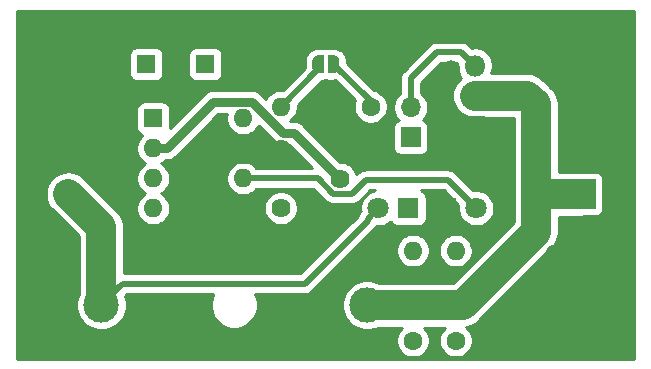
<source format=gbr>
G04 #@! TF.GenerationSoftware,KiCad,Pcbnew,(5.1.10)-1*
G04 #@! TF.CreationDate,2021-06-01T12:55:43+02:00*
G04 #@! TF.ProjectId,overvolt,6f766572-766f-46c7-942e-6b696361645f,rev?*
G04 #@! TF.SameCoordinates,Original*
G04 #@! TF.FileFunction,Copper,L1,Top*
G04 #@! TF.FilePolarity,Positive*
%FSLAX46Y46*%
G04 Gerber Fmt 4.6, Leading zero omitted, Abs format (unit mm)*
G04 Created by KiCad (PCBNEW (5.1.10)-1) date 2021-06-01 12:55:43*
%MOMM*%
%LPD*%
G01*
G04 APERTURE LIST*
G04 #@! TA.AperFunction,ComponentPad*
%ADD10R,1.800000X1.800000*%
G04 #@! TD*
G04 #@! TA.AperFunction,ComponentPad*
%ADD11C,1.800000*%
G04 #@! TD*
G04 #@! TA.AperFunction,ComponentPad*
%ADD12R,1.600000X1.600000*%
G04 #@! TD*
G04 #@! TA.AperFunction,ComponentPad*
%ADD13O,1.600000X1.600000*%
G04 #@! TD*
G04 #@! TA.AperFunction,ComponentPad*
%ADD14O,1.800000X1.800000*%
G04 #@! TD*
G04 #@! TA.AperFunction,ComponentPad*
%ADD15R,1.700000X1.700000*%
G04 #@! TD*
G04 #@! TA.AperFunction,ComponentPad*
%ADD16O,1.700000X1.700000*%
G04 #@! TD*
G04 #@! TA.AperFunction,SMDPad,CuDef*
%ADD17C,0.100000*%
G04 #@! TD*
G04 #@! TA.AperFunction,ComponentPad*
%ADD18C,1.600000*%
G04 #@! TD*
G04 #@! TA.AperFunction,ComponentPad*
%ADD19C,1.620000*%
G04 #@! TD*
G04 #@! TA.AperFunction,ComponentPad*
%ADD20R,2.500000X2.500000*%
G04 #@! TD*
G04 #@! TA.AperFunction,ComponentPad*
%ADD21C,2.500000*%
G04 #@! TD*
G04 #@! TA.AperFunction,ComponentPad*
%ADD22C,3.000000*%
G04 #@! TD*
G04 #@! TA.AperFunction,ViaPad*
%ADD23C,1.524000*%
G04 #@! TD*
G04 #@! TA.AperFunction,ViaPad*
%ADD24C,3.100000*%
G04 #@! TD*
G04 #@! TA.AperFunction,ViaPad*
%ADD25C,3.099999*%
G04 #@! TD*
G04 #@! TA.AperFunction,Conductor*
%ADD26C,2.540000*%
G04 #@! TD*
G04 #@! TA.AperFunction,Conductor*
%ADD27C,0.508000*%
G04 #@! TD*
G04 #@! TA.AperFunction,Conductor*
%ADD28C,0.762000*%
G04 #@! TD*
G04 #@! TA.AperFunction,Conductor*
%ADD29C,0.254000*%
G04 #@! TD*
G04 #@! TA.AperFunction,Conductor*
%ADD30C,0.100000*%
G04 #@! TD*
G04 APERTURE END LIST*
D10*
X121400000Y-133400000D03*
D11*
X118860000Y-133400000D03*
D12*
X99800000Y-125800000D03*
D13*
X107420000Y-133420000D03*
X99800000Y-128340000D03*
X107420000Y-130880000D03*
X99800000Y-130880000D03*
X107420000Y-128340000D03*
X99800000Y-133420000D03*
X107420000Y-125800000D03*
D10*
X127000000Y-126400000D03*
D14*
X127000000Y-123860000D03*
X127000000Y-121320000D03*
D15*
X121600000Y-127400000D03*
D16*
X121600000Y-124860000D03*
G04 #@! TA.AperFunction,SMDPad,CuDef*
D17*
G36*
X115050000Y-120450602D02*
G01*
X115074534Y-120450602D01*
X115123365Y-120455412D01*
X115171490Y-120464984D01*
X115218445Y-120479228D01*
X115263778Y-120498005D01*
X115307051Y-120521136D01*
X115347850Y-120548396D01*
X115385779Y-120579524D01*
X115420476Y-120614221D01*
X115451604Y-120652150D01*
X115478864Y-120692949D01*
X115501995Y-120736222D01*
X115520772Y-120781555D01*
X115535016Y-120828510D01*
X115544588Y-120876635D01*
X115549398Y-120925466D01*
X115549398Y-120950000D01*
X115550000Y-120950000D01*
X115550000Y-121450000D01*
X115549398Y-121450000D01*
X115549398Y-121474534D01*
X115544588Y-121523365D01*
X115535016Y-121571490D01*
X115520772Y-121618445D01*
X115501995Y-121663778D01*
X115478864Y-121707051D01*
X115451604Y-121747850D01*
X115420476Y-121785779D01*
X115385779Y-121820476D01*
X115347850Y-121851604D01*
X115307051Y-121878864D01*
X115263778Y-121901995D01*
X115218445Y-121920772D01*
X115171490Y-121935016D01*
X115123365Y-121944588D01*
X115074534Y-121949398D01*
X115050000Y-121949398D01*
X115050000Y-121950000D01*
X114550000Y-121950000D01*
X114550000Y-120450000D01*
X115050000Y-120450000D01*
X115050000Y-120450602D01*
G37*
G04 #@! TD.AperFunction*
G04 #@! TA.AperFunction,SMDPad,CuDef*
G36*
X114250000Y-121950000D02*
G01*
X113750000Y-121950000D01*
X113750000Y-121949398D01*
X113725466Y-121949398D01*
X113676635Y-121944588D01*
X113628510Y-121935016D01*
X113581555Y-121920772D01*
X113536222Y-121901995D01*
X113492949Y-121878864D01*
X113452150Y-121851604D01*
X113414221Y-121820476D01*
X113379524Y-121785779D01*
X113348396Y-121747850D01*
X113321136Y-121707051D01*
X113298005Y-121663778D01*
X113279228Y-121618445D01*
X113264984Y-121571490D01*
X113255412Y-121523365D01*
X113250602Y-121474534D01*
X113250602Y-121450000D01*
X113250000Y-121450000D01*
X113250000Y-120950000D01*
X113250602Y-120950000D01*
X113250602Y-120925466D01*
X113255412Y-120876635D01*
X113264984Y-120828510D01*
X113279228Y-120781555D01*
X113298005Y-120736222D01*
X113321136Y-120692949D01*
X113348396Y-120652150D01*
X113379524Y-120614221D01*
X113414221Y-120579524D01*
X113452150Y-120548396D01*
X113492949Y-120521136D01*
X113536222Y-120498005D01*
X113581555Y-120479228D01*
X113628510Y-120464984D01*
X113676635Y-120455412D01*
X113725466Y-120450602D01*
X113750000Y-120450602D01*
X113750000Y-120450000D01*
X114250000Y-120450000D01*
X114250000Y-121950000D01*
G37*
G04 #@! TD.AperFunction*
D12*
X99200000Y-121200000D03*
D18*
X96700000Y-121200000D03*
D19*
X110600000Y-128400000D03*
X115600000Y-130900000D03*
X110600000Y-133400000D03*
D18*
X121800000Y-144600000D03*
D13*
X121800000Y-136980000D03*
D18*
X118200000Y-124800000D03*
D13*
X110580000Y-124800000D03*
D18*
X125400000Y-144600000D03*
D13*
X125400000Y-136980000D03*
D20*
X92600000Y-127200000D03*
D21*
X92600000Y-132200000D03*
D20*
X136000000Y-132200000D03*
D21*
X136000000Y-127200000D03*
D22*
X95400000Y-141600000D03*
X117900000Y-141600000D03*
D10*
X124600000Y-133400000D03*
D11*
X127140000Y-133400000D03*
D12*
X104200000Y-121200000D03*
D18*
X106700000Y-121200000D03*
D23*
X118800000Y-145000000D03*
X118800000Y-138600000D03*
X128000000Y-144800000D03*
X127400000Y-136400000D03*
X133800000Y-137200000D03*
X133200000Y-122000000D03*
X92600000Y-121200000D03*
X101800000Y-122600000D03*
X108800000Y-122800000D03*
X103400000Y-129600000D03*
D24*
X138600000Y-118400000D03*
D25*
X138600000Y-144400000D03*
X90200000Y-144400000D03*
D24*
X90200000Y-118400000D03*
D23*
X124400000Y-125000000D03*
X125000000Y-121600000D03*
X127000000Y-118800000D03*
X113400000Y-126200000D03*
X129400000Y-126600000D03*
X98600000Y-137800000D03*
X98600000Y-141600000D03*
X111600000Y-138000000D03*
X111600000Y-141800000D03*
D26*
X126000000Y-141600000D02*
X117900000Y-141600000D01*
X132210000Y-132200000D02*
X136000000Y-132200000D01*
X132210000Y-135390000D02*
X132210000Y-132200000D01*
X126000000Y-141600000D02*
X132210000Y-135390000D01*
X127000000Y-123860000D02*
X131460000Y-123860000D01*
X132210000Y-124610000D02*
X132210000Y-132200000D01*
X131460000Y-123860000D02*
X132210000Y-124610000D01*
D27*
X114993279Y-132164001D02*
X116635999Y-132164001D01*
X107420000Y-130880000D02*
X113709278Y-130880000D01*
X113709278Y-130880000D02*
X114993279Y-132164001D01*
X116635999Y-132164001D02*
X117800000Y-131000000D01*
X124740000Y-131000000D02*
X127140000Y-133400000D01*
X117800000Y-131000000D02*
X124740000Y-131000000D01*
X117960001Y-134299999D02*
X117960001Y-134439999D01*
X118860000Y-133400000D02*
X117960001Y-134299999D01*
X96899999Y-140100001D02*
X95400000Y-141600000D01*
X97204001Y-139795999D02*
X96899999Y-140100001D01*
X112604001Y-139795999D02*
X97204001Y-139795999D01*
X117960001Y-134439999D02*
X112604001Y-139795999D01*
D26*
X92600000Y-132200000D02*
X95400000Y-135000000D01*
X95400000Y-135000000D02*
X95400000Y-138400000D01*
X95400000Y-138400000D02*
X95400000Y-141703362D01*
D27*
X121600000Y-122400318D02*
X121600000Y-124860000D01*
X123816319Y-120183999D02*
X121600000Y-122400318D01*
X125863999Y-120183999D02*
X123816319Y-120183999D01*
X127000000Y-121320000D02*
X125863999Y-120183999D01*
X118200000Y-124350000D02*
X115050000Y-121200000D01*
X118200000Y-124800000D02*
X118200000Y-124350000D01*
X113750000Y-121630000D02*
X110580000Y-124800000D01*
X113750000Y-121200000D02*
X113750000Y-121630000D01*
D28*
X114790001Y-130090001D02*
X115600000Y-130900000D01*
X111708999Y-127008999D02*
X114790001Y-130090001D01*
X110745117Y-127008999D02*
X111708999Y-127008999D01*
X108155117Y-124418999D02*
X110745117Y-127008999D01*
X104852371Y-124418999D02*
X108155117Y-124418999D01*
X100931370Y-128340000D02*
X104852371Y-124418999D01*
X99800000Y-128340000D02*
X100931370Y-128340000D01*
D29*
X140540001Y-146140000D02*
X88260000Y-146140000D01*
X88260000Y-132200000D01*
X90685783Y-132200000D01*
X90722565Y-132573445D01*
X90831495Y-132932539D01*
X91008387Y-133263482D01*
X91186790Y-133480865D01*
X93495000Y-135789076D01*
X93495001Y-138306409D01*
X93495000Y-138306419D01*
X93495001Y-140620052D01*
X93347047Y-140977244D01*
X93265000Y-141389721D01*
X93265000Y-141810279D01*
X93347047Y-142222756D01*
X93507988Y-142611302D01*
X93741637Y-142960983D01*
X94039017Y-143258363D01*
X94388698Y-143492012D01*
X94777244Y-143652953D01*
X95189721Y-143735000D01*
X95610279Y-143735000D01*
X96022756Y-143652953D01*
X96411302Y-143492012D01*
X96760983Y-143258363D01*
X97058363Y-142960983D01*
X97292012Y-142611302D01*
X97452953Y-142222756D01*
X97535000Y-141810279D01*
X97535000Y-141389721D01*
X97452953Y-140977244D01*
X97402294Y-140854942D01*
X97559494Y-140697742D01*
X97559499Y-140697736D01*
X97572236Y-140684999D01*
X104880457Y-140684999D01*
X104741282Y-141020997D01*
X104665000Y-141404495D01*
X104665000Y-141795505D01*
X104741282Y-142179003D01*
X104890915Y-142540250D01*
X105108149Y-142865364D01*
X105384636Y-143141851D01*
X105709750Y-143359085D01*
X106070997Y-143508718D01*
X106454495Y-143585000D01*
X106845505Y-143585000D01*
X107229003Y-143508718D01*
X107590250Y-143359085D01*
X107915364Y-143141851D01*
X108191851Y-142865364D01*
X108409085Y-142540250D01*
X108558718Y-142179003D01*
X108635000Y-141795505D01*
X108635000Y-141404495D01*
X108632062Y-141389721D01*
X115765000Y-141389721D01*
X115765000Y-141810279D01*
X115847047Y-142222756D01*
X116007988Y-142611302D01*
X116241637Y-142960983D01*
X116539017Y-143258363D01*
X116888698Y-143492012D01*
X117277244Y-143652953D01*
X117689721Y-143735000D01*
X118110279Y-143735000D01*
X118522756Y-143652953D01*
X118879946Y-143505000D01*
X120865604Y-143505000D01*
X120685363Y-143685241D01*
X120528320Y-143920273D01*
X120420147Y-144181426D01*
X120365000Y-144458665D01*
X120365000Y-144741335D01*
X120420147Y-145018574D01*
X120528320Y-145279727D01*
X120685363Y-145514759D01*
X120885241Y-145714637D01*
X121120273Y-145871680D01*
X121381426Y-145979853D01*
X121658665Y-146035000D01*
X121941335Y-146035000D01*
X122218574Y-145979853D01*
X122479727Y-145871680D01*
X122714759Y-145714637D01*
X122914637Y-145514759D01*
X123071680Y-145279727D01*
X123179853Y-145018574D01*
X123235000Y-144741335D01*
X123235000Y-144458665D01*
X123179853Y-144181426D01*
X123071680Y-143920273D01*
X122914637Y-143685241D01*
X122734396Y-143505000D01*
X124465604Y-143505000D01*
X124285363Y-143685241D01*
X124128320Y-143920273D01*
X124020147Y-144181426D01*
X123965000Y-144458665D01*
X123965000Y-144741335D01*
X124020147Y-145018574D01*
X124128320Y-145279727D01*
X124285363Y-145514759D01*
X124485241Y-145714637D01*
X124720273Y-145871680D01*
X124981426Y-145979853D01*
X125258665Y-146035000D01*
X125541335Y-146035000D01*
X125818574Y-145979853D01*
X126079727Y-145871680D01*
X126314759Y-145714637D01*
X126514637Y-145514759D01*
X126671680Y-145279727D01*
X126779853Y-145018574D01*
X126835000Y-144741335D01*
X126835000Y-144458665D01*
X126779853Y-144181426D01*
X126671680Y-143920273D01*
X126514637Y-143685241D01*
X126314759Y-143485363D01*
X126311959Y-143483492D01*
X126373445Y-143477436D01*
X126732539Y-143368506D01*
X127063482Y-143191613D01*
X127353556Y-142953556D01*
X127413220Y-142880855D01*
X133490866Y-136803211D01*
X133563556Y-136743556D01*
X133713026Y-136561426D01*
X133801613Y-136453483D01*
X133978505Y-136122540D01*
X133978506Y-136122539D01*
X134087436Y-135763445D01*
X134115000Y-135483582D01*
X134115000Y-135483581D01*
X134124217Y-135390001D01*
X134115000Y-135296421D01*
X134115000Y-134105000D01*
X136093582Y-134105000D01*
X136265455Y-134088072D01*
X137250000Y-134088072D01*
X137374482Y-134075812D01*
X137494180Y-134039502D01*
X137604494Y-133980537D01*
X137701185Y-133901185D01*
X137780537Y-133804494D01*
X137839502Y-133694180D01*
X137875812Y-133574482D01*
X137888072Y-133450000D01*
X137888072Y-132465456D01*
X137914217Y-132200000D01*
X137888072Y-131934544D01*
X137888072Y-130950000D01*
X137875812Y-130825518D01*
X137839502Y-130705820D01*
X137780537Y-130595506D01*
X137701185Y-130498815D01*
X137604494Y-130419463D01*
X137494180Y-130360498D01*
X137374482Y-130324188D01*
X137250000Y-130311928D01*
X136265455Y-130311928D01*
X136093582Y-130295000D01*
X134115000Y-130295000D01*
X134115000Y-124703579D01*
X134124217Y-124609999D01*
X134109261Y-124458148D01*
X134087436Y-124236555D01*
X133978506Y-123877461D01*
X133801613Y-123546518D01*
X133563556Y-123256444D01*
X133490860Y-123196784D01*
X132873219Y-122579144D01*
X132813556Y-122506444D01*
X132523482Y-122268387D01*
X132192539Y-122091494D01*
X131833445Y-121982564D01*
X131553582Y-121955000D01*
X131553580Y-121955000D01*
X131460000Y-121945783D01*
X131366420Y-121955000D01*
X128398446Y-121955000D01*
X128476011Y-121767743D01*
X128535000Y-121471184D01*
X128535000Y-121168816D01*
X128476011Y-120872257D01*
X128360299Y-120592905D01*
X128192312Y-120341495D01*
X127978505Y-120127688D01*
X127727095Y-119959701D01*
X127447743Y-119843989D01*
X127151184Y-119785000D01*
X126848816Y-119785000D01*
X126743236Y-119806001D01*
X126523498Y-119586263D01*
X126495658Y-119552340D01*
X126360290Y-119441246D01*
X126205850Y-119358696D01*
X126038273Y-119307863D01*
X125907666Y-119294999D01*
X125907659Y-119294999D01*
X125863999Y-119290699D01*
X125820339Y-119294999D01*
X123859978Y-119294999D01*
X123816318Y-119290699D01*
X123772658Y-119294999D01*
X123772652Y-119294999D01*
X123675243Y-119304593D01*
X123642043Y-119307863D01*
X123540377Y-119338703D01*
X123474468Y-119358696D01*
X123320028Y-119441246D01*
X123184660Y-119552340D01*
X123156820Y-119586263D01*
X121002264Y-121740819D01*
X120968341Y-121768659D01*
X120857247Y-121904028D01*
X120774697Y-122058468D01*
X120754123Y-122126292D01*
X120726189Y-122218382D01*
X120723864Y-122226045D01*
X120711000Y-122356652D01*
X120711000Y-122356658D01*
X120706700Y-122400318D01*
X120711000Y-122443978D01*
X120711001Y-123668016D01*
X120653368Y-123706525D01*
X120446525Y-123913368D01*
X120284010Y-124156589D01*
X120172068Y-124426842D01*
X120115000Y-124713740D01*
X120115000Y-125006260D01*
X120172068Y-125293158D01*
X120284010Y-125563411D01*
X120446525Y-125806632D01*
X120578380Y-125938487D01*
X120505820Y-125960498D01*
X120395506Y-126019463D01*
X120298815Y-126098815D01*
X120219463Y-126195506D01*
X120160498Y-126305820D01*
X120124188Y-126425518D01*
X120111928Y-126550000D01*
X120111928Y-128250000D01*
X120124188Y-128374482D01*
X120160498Y-128494180D01*
X120219463Y-128604494D01*
X120298815Y-128701185D01*
X120395506Y-128780537D01*
X120505820Y-128839502D01*
X120625518Y-128875812D01*
X120750000Y-128888072D01*
X122450000Y-128888072D01*
X122574482Y-128875812D01*
X122694180Y-128839502D01*
X122804494Y-128780537D01*
X122901185Y-128701185D01*
X122980537Y-128604494D01*
X123039502Y-128494180D01*
X123075812Y-128374482D01*
X123088072Y-128250000D01*
X123088072Y-126550000D01*
X123075812Y-126425518D01*
X123039502Y-126305820D01*
X122980537Y-126195506D01*
X122901185Y-126098815D01*
X122804494Y-126019463D01*
X122694180Y-125960498D01*
X122621620Y-125938487D01*
X122753475Y-125806632D01*
X122915990Y-125563411D01*
X123027932Y-125293158D01*
X123085000Y-125006260D01*
X123085000Y-124713740D01*
X123027932Y-124426842D01*
X122915990Y-124156589D01*
X122753475Y-123913368D01*
X122546632Y-123706525D01*
X122489000Y-123668017D01*
X122489000Y-122768553D01*
X124184554Y-121072999D01*
X125484059Y-121072999D01*
X125465000Y-121168816D01*
X125465000Y-121471184D01*
X125523989Y-121767743D01*
X125639701Y-122047095D01*
X125807688Y-122298505D01*
X125849216Y-122340033D01*
X125646444Y-122506444D01*
X125408387Y-122796518D01*
X125231494Y-123127461D01*
X125122564Y-123486555D01*
X125085783Y-123860000D01*
X125122564Y-124233445D01*
X125231494Y-124592539D01*
X125408387Y-124923482D01*
X125646444Y-125213556D01*
X125936518Y-125451613D01*
X126267461Y-125628506D01*
X126626555Y-125737436D01*
X126906418Y-125765000D01*
X130305000Y-125765000D01*
X130305001Y-132106408D01*
X130295783Y-132200000D01*
X130305001Y-132293592D01*
X130305000Y-134600923D01*
X125210925Y-139695000D01*
X118879946Y-139695000D01*
X118522756Y-139547047D01*
X118110279Y-139465000D01*
X117689721Y-139465000D01*
X117277244Y-139547047D01*
X116888698Y-139707988D01*
X116539017Y-139941637D01*
X116241637Y-140239017D01*
X116007988Y-140588698D01*
X115847047Y-140977244D01*
X115765000Y-141389721D01*
X108632062Y-141389721D01*
X108558718Y-141020997D01*
X108419543Y-140684999D01*
X112560341Y-140684999D01*
X112604001Y-140689299D01*
X112647661Y-140684999D01*
X112647668Y-140684999D01*
X112778275Y-140672135D01*
X112945852Y-140621302D01*
X113100292Y-140538752D01*
X113235660Y-140427658D01*
X113263500Y-140393735D01*
X116818570Y-136838665D01*
X120365000Y-136838665D01*
X120365000Y-137121335D01*
X120420147Y-137398574D01*
X120528320Y-137659727D01*
X120685363Y-137894759D01*
X120885241Y-138094637D01*
X121120273Y-138251680D01*
X121381426Y-138359853D01*
X121658665Y-138415000D01*
X121941335Y-138415000D01*
X122218574Y-138359853D01*
X122479727Y-138251680D01*
X122714759Y-138094637D01*
X122914637Y-137894759D01*
X123071680Y-137659727D01*
X123179853Y-137398574D01*
X123235000Y-137121335D01*
X123235000Y-136838665D01*
X123965000Y-136838665D01*
X123965000Y-137121335D01*
X124020147Y-137398574D01*
X124128320Y-137659727D01*
X124285363Y-137894759D01*
X124485241Y-138094637D01*
X124720273Y-138251680D01*
X124981426Y-138359853D01*
X125258665Y-138415000D01*
X125541335Y-138415000D01*
X125818574Y-138359853D01*
X126079727Y-138251680D01*
X126314759Y-138094637D01*
X126514637Y-137894759D01*
X126671680Y-137659727D01*
X126779853Y-137398574D01*
X126835000Y-137121335D01*
X126835000Y-136838665D01*
X126779853Y-136561426D01*
X126671680Y-136300273D01*
X126514637Y-136065241D01*
X126314759Y-135865363D01*
X126079727Y-135708320D01*
X125818574Y-135600147D01*
X125541335Y-135545000D01*
X125258665Y-135545000D01*
X124981426Y-135600147D01*
X124720273Y-135708320D01*
X124485241Y-135865363D01*
X124285363Y-136065241D01*
X124128320Y-136300273D01*
X124020147Y-136561426D01*
X123965000Y-136838665D01*
X123235000Y-136838665D01*
X123179853Y-136561426D01*
X123071680Y-136300273D01*
X122914637Y-136065241D01*
X122714759Y-135865363D01*
X122479727Y-135708320D01*
X122218574Y-135600147D01*
X121941335Y-135545000D01*
X121658665Y-135545000D01*
X121381426Y-135600147D01*
X121120273Y-135708320D01*
X120885241Y-135865363D01*
X120685363Y-136065241D01*
X120528320Y-136300273D01*
X120420147Y-136561426D01*
X120365000Y-136838665D01*
X116818570Y-136838665D01*
X118557743Y-135099493D01*
X118591660Y-135071658D01*
X118702754Y-134936290D01*
X118703960Y-134934034D01*
X118708816Y-134935000D01*
X119011184Y-134935000D01*
X119307743Y-134876011D01*
X119587095Y-134760299D01*
X119838505Y-134592312D01*
X119904944Y-134525873D01*
X119910498Y-134544180D01*
X119969463Y-134654494D01*
X120048815Y-134751185D01*
X120145506Y-134830537D01*
X120255820Y-134889502D01*
X120375518Y-134925812D01*
X120500000Y-134938072D01*
X122300000Y-134938072D01*
X122424482Y-134925812D01*
X122544180Y-134889502D01*
X122654494Y-134830537D01*
X122751185Y-134751185D01*
X122830537Y-134654494D01*
X122889502Y-134544180D01*
X122925812Y-134424482D01*
X122938072Y-134300000D01*
X122938072Y-132500000D01*
X122925812Y-132375518D01*
X122889502Y-132255820D01*
X122830537Y-132145506D01*
X122751185Y-132048815D01*
X122654494Y-131969463D01*
X122544180Y-131910498D01*
X122473311Y-131889000D01*
X124371765Y-131889000D01*
X125626001Y-133143237D01*
X125605000Y-133248816D01*
X125605000Y-133551184D01*
X125663989Y-133847743D01*
X125779701Y-134127095D01*
X125947688Y-134378505D01*
X126161495Y-134592312D01*
X126412905Y-134760299D01*
X126692257Y-134876011D01*
X126988816Y-134935000D01*
X127291184Y-134935000D01*
X127587743Y-134876011D01*
X127867095Y-134760299D01*
X128118505Y-134592312D01*
X128332312Y-134378505D01*
X128500299Y-134127095D01*
X128616011Y-133847743D01*
X128675000Y-133551184D01*
X128675000Y-133248816D01*
X128616011Y-132952257D01*
X128500299Y-132672905D01*
X128332312Y-132421495D01*
X128118505Y-132207688D01*
X127867095Y-132039701D01*
X127587743Y-131923989D01*
X127291184Y-131865000D01*
X126988816Y-131865000D01*
X126883237Y-131886001D01*
X125399499Y-130402264D01*
X125371659Y-130368341D01*
X125236291Y-130257247D01*
X125081851Y-130174697D01*
X124914274Y-130123864D01*
X124783667Y-130111000D01*
X124783660Y-130111000D01*
X124740000Y-130106700D01*
X124696340Y-130111000D01*
X117843659Y-130111000D01*
X117799999Y-130106700D01*
X117756339Y-130111000D01*
X117756333Y-130111000D01*
X117644073Y-130122057D01*
X117625725Y-130123864D01*
X117581607Y-130137247D01*
X117458149Y-130174697D01*
X117303709Y-130257247D01*
X117303707Y-130257248D01*
X117303708Y-130257248D01*
X117211636Y-130332810D01*
X117168341Y-130368341D01*
X117140505Y-130402259D01*
X117001878Y-130540887D01*
X116989470Y-130478509D01*
X116880543Y-130215536D01*
X116722405Y-129978866D01*
X116521134Y-129777595D01*
X116284464Y-129619457D01*
X116021491Y-129510530D01*
X115742320Y-129455000D01*
X115591840Y-129455000D01*
X115543711Y-129406871D01*
X115543707Y-129406866D01*
X112462711Y-126325871D01*
X112430895Y-126287103D01*
X112276189Y-126160139D01*
X112099686Y-126065797D01*
X111908170Y-126007701D01*
X111758901Y-125992999D01*
X111708999Y-125988084D01*
X111659097Y-125992999D01*
X111377482Y-125992999D01*
X111494759Y-125914637D01*
X111694637Y-125714759D01*
X111851680Y-125479727D01*
X111959853Y-125218574D01*
X112015000Y-124941335D01*
X112015000Y-124658665D01*
X112008956Y-124628279D01*
X114049164Y-122588072D01*
X114250000Y-122588072D01*
X114374482Y-122575812D01*
X114400000Y-122568071D01*
X114425518Y-122575812D01*
X114550000Y-122588072D01*
X115050000Y-122588072D01*
X115074450Y-122585664D01*
X115099009Y-122585664D01*
X115171308Y-122578543D01*
X116865265Y-124272501D01*
X116820147Y-124381426D01*
X116765000Y-124658665D01*
X116765000Y-124941335D01*
X116820147Y-125218574D01*
X116928320Y-125479727D01*
X117085363Y-125714759D01*
X117285241Y-125914637D01*
X117520273Y-126071680D01*
X117781426Y-126179853D01*
X118058665Y-126235000D01*
X118341335Y-126235000D01*
X118618574Y-126179853D01*
X118879727Y-126071680D01*
X119114759Y-125914637D01*
X119314637Y-125714759D01*
X119471680Y-125479727D01*
X119579853Y-125218574D01*
X119635000Y-124941335D01*
X119635000Y-124658665D01*
X119579853Y-124381426D01*
X119471680Y-124120273D01*
X119314637Y-123885241D01*
X119114759Y-123685363D01*
X118879727Y-123528320D01*
X118618574Y-123420147D01*
X118504739Y-123397504D01*
X116188072Y-121080837D01*
X116188072Y-120950000D01*
X116185664Y-120925550D01*
X116185664Y-120900991D01*
X116173404Y-120776510D01*
X116154282Y-120680377D01*
X116117973Y-120560681D01*
X116080464Y-120470125D01*
X116021498Y-120359808D01*
X115967042Y-120278309D01*
X115887690Y-120181618D01*
X115818382Y-120112310D01*
X115721691Y-120032958D01*
X115640192Y-119978502D01*
X115529875Y-119919536D01*
X115439319Y-119882027D01*
X115319623Y-119845718D01*
X115223490Y-119826596D01*
X115099009Y-119814336D01*
X115074450Y-119814336D01*
X115050000Y-119811928D01*
X114550000Y-119811928D01*
X114425518Y-119824188D01*
X114400000Y-119831929D01*
X114374482Y-119824188D01*
X114250000Y-119811928D01*
X113750000Y-119811928D01*
X113725550Y-119814336D01*
X113700991Y-119814336D01*
X113576510Y-119826596D01*
X113480377Y-119845718D01*
X113360681Y-119882027D01*
X113270125Y-119919536D01*
X113159808Y-119978502D01*
X113078309Y-120032958D01*
X112981618Y-120112310D01*
X112912310Y-120181618D01*
X112832958Y-120278309D01*
X112778502Y-120359808D01*
X112719536Y-120470125D01*
X112682027Y-120560681D01*
X112645718Y-120680377D01*
X112626596Y-120776510D01*
X112614336Y-120900991D01*
X112614336Y-120925550D01*
X112611928Y-120950000D01*
X112611928Y-121450000D01*
X112614336Y-121474450D01*
X112614336Y-121499009D01*
X112615181Y-121507584D01*
X110751721Y-123371044D01*
X110721335Y-123365000D01*
X110438665Y-123365000D01*
X110161426Y-123420147D01*
X109900273Y-123528320D01*
X109665241Y-123685363D01*
X109465363Y-123885241D01*
X109308320Y-124120273D01*
X109303901Y-124130942D01*
X108908829Y-123735871D01*
X108877013Y-123697103D01*
X108722307Y-123570139D01*
X108545804Y-123475797D01*
X108354288Y-123417701D01*
X108205019Y-123402999D01*
X108155117Y-123398084D01*
X108105215Y-123402999D01*
X104902273Y-123402999D01*
X104852371Y-123398084D01*
X104802469Y-123402999D01*
X104653200Y-123417701D01*
X104461684Y-123475797D01*
X104285181Y-123570139D01*
X104130475Y-123697103D01*
X104098663Y-123735866D01*
X101238072Y-126596458D01*
X101238072Y-125000000D01*
X101225812Y-124875518D01*
X101189502Y-124755820D01*
X101130537Y-124645506D01*
X101051185Y-124548815D01*
X100954494Y-124469463D01*
X100844180Y-124410498D01*
X100724482Y-124374188D01*
X100600000Y-124361928D01*
X99000000Y-124361928D01*
X98875518Y-124374188D01*
X98755820Y-124410498D01*
X98645506Y-124469463D01*
X98548815Y-124548815D01*
X98469463Y-124645506D01*
X98410498Y-124755820D01*
X98374188Y-124875518D01*
X98361928Y-125000000D01*
X98361928Y-126600000D01*
X98374188Y-126724482D01*
X98410498Y-126844180D01*
X98469463Y-126954494D01*
X98548815Y-127051185D01*
X98645506Y-127130537D01*
X98755820Y-127189502D01*
X98875518Y-127225812D01*
X98883961Y-127226643D01*
X98685363Y-127425241D01*
X98528320Y-127660273D01*
X98420147Y-127921426D01*
X98365000Y-128198665D01*
X98365000Y-128481335D01*
X98420147Y-128758574D01*
X98528320Y-129019727D01*
X98685363Y-129254759D01*
X98885241Y-129454637D01*
X99117759Y-129610000D01*
X98885241Y-129765363D01*
X98685363Y-129965241D01*
X98528320Y-130200273D01*
X98420147Y-130461426D01*
X98365000Y-130738665D01*
X98365000Y-131021335D01*
X98420147Y-131298574D01*
X98528320Y-131559727D01*
X98685363Y-131794759D01*
X98885241Y-131994637D01*
X99117759Y-132150000D01*
X98885241Y-132305363D01*
X98685363Y-132505241D01*
X98528320Y-132740273D01*
X98420147Y-133001426D01*
X98365000Y-133278665D01*
X98365000Y-133561335D01*
X98420147Y-133838574D01*
X98528320Y-134099727D01*
X98685363Y-134334759D01*
X98885241Y-134534637D01*
X99120273Y-134691680D01*
X99381426Y-134799853D01*
X99658665Y-134855000D01*
X99941335Y-134855000D01*
X100218574Y-134799853D01*
X100479727Y-134691680D01*
X100714759Y-134534637D01*
X100914637Y-134334759D01*
X101071680Y-134099727D01*
X101179853Y-133838574D01*
X101235000Y-133561335D01*
X101235000Y-133278665D01*
X101230826Y-133257680D01*
X109155000Y-133257680D01*
X109155000Y-133542320D01*
X109210530Y-133821491D01*
X109319457Y-134084464D01*
X109477595Y-134321134D01*
X109678866Y-134522405D01*
X109915536Y-134680543D01*
X110178509Y-134789470D01*
X110457680Y-134845000D01*
X110742320Y-134845000D01*
X111021491Y-134789470D01*
X111284464Y-134680543D01*
X111521134Y-134522405D01*
X111722405Y-134321134D01*
X111880543Y-134084464D01*
X111989470Y-133821491D01*
X112045000Y-133542320D01*
X112045000Y-133257680D01*
X111989470Y-132978509D01*
X111880543Y-132715536D01*
X111722405Y-132478866D01*
X111521134Y-132277595D01*
X111284464Y-132119457D01*
X111021491Y-132010530D01*
X110742320Y-131955000D01*
X110457680Y-131955000D01*
X110178509Y-132010530D01*
X109915536Y-132119457D01*
X109678866Y-132277595D01*
X109477595Y-132478866D01*
X109319457Y-132715536D01*
X109210530Y-132978509D01*
X109155000Y-133257680D01*
X101230826Y-133257680D01*
X101179853Y-133001426D01*
X101071680Y-132740273D01*
X100914637Y-132505241D01*
X100714759Y-132305363D01*
X100482241Y-132150000D01*
X100714759Y-131994637D01*
X100914637Y-131794759D01*
X101071680Y-131559727D01*
X101179853Y-131298574D01*
X101235000Y-131021335D01*
X101235000Y-130738665D01*
X101179853Y-130461426D01*
X101071680Y-130200273D01*
X100914637Y-129965241D01*
X100714759Y-129765363D01*
X100482241Y-129610000D01*
X100714759Y-129454637D01*
X100813396Y-129356000D01*
X100881468Y-129356000D01*
X100931370Y-129360915D01*
X100981272Y-129356000D01*
X101130541Y-129341298D01*
X101322057Y-129283202D01*
X101498560Y-129188860D01*
X101653266Y-129061896D01*
X101685082Y-129023128D01*
X105273212Y-125434999D01*
X106029491Y-125434999D01*
X105985000Y-125658665D01*
X105985000Y-125941335D01*
X106040147Y-126218574D01*
X106148320Y-126479727D01*
X106305363Y-126714759D01*
X106505241Y-126914637D01*
X106740273Y-127071680D01*
X107001426Y-127179853D01*
X107278665Y-127235000D01*
X107561335Y-127235000D01*
X107838574Y-127179853D01*
X108099727Y-127071680D01*
X108334759Y-126914637D01*
X108534637Y-126714759D01*
X108691680Y-126479727D01*
X108717257Y-126417979D01*
X109991409Y-127692132D01*
X110023221Y-127730895D01*
X110177927Y-127857859D01*
X110354430Y-127952201D01*
X110545946Y-128010297D01*
X110745116Y-128029914D01*
X110795018Y-128024999D01*
X111288159Y-128024999D01*
X113254159Y-129991000D01*
X108551849Y-129991000D01*
X108534637Y-129965241D01*
X108334759Y-129765363D01*
X108099727Y-129608320D01*
X107838574Y-129500147D01*
X107561335Y-129445000D01*
X107278665Y-129445000D01*
X107001426Y-129500147D01*
X106740273Y-129608320D01*
X106505241Y-129765363D01*
X106305363Y-129965241D01*
X106148320Y-130200273D01*
X106040147Y-130461426D01*
X105985000Y-130738665D01*
X105985000Y-131021335D01*
X106040147Y-131298574D01*
X106148320Y-131559727D01*
X106305363Y-131794759D01*
X106505241Y-131994637D01*
X106740273Y-132151680D01*
X107001426Y-132259853D01*
X107278665Y-132315000D01*
X107561335Y-132315000D01*
X107838574Y-132259853D01*
X108099727Y-132151680D01*
X108334759Y-131994637D01*
X108534637Y-131794759D01*
X108551849Y-131769000D01*
X113341043Y-131769000D01*
X114333785Y-132761742D01*
X114361620Y-132795660D01*
X114496988Y-132906754D01*
X114651428Y-132989304D01*
X114768171Y-133024717D01*
X114819004Y-133040137D01*
X114835604Y-133041772D01*
X114949612Y-133053001D01*
X114949619Y-133053001D01*
X114993279Y-133057301D01*
X115036939Y-133053001D01*
X116592339Y-133053001D01*
X116635999Y-133057301D01*
X116679659Y-133053001D01*
X116679666Y-133053001D01*
X116810273Y-133040137D01*
X116977850Y-132989304D01*
X117132290Y-132906754D01*
X117267658Y-132795660D01*
X117295498Y-132761737D01*
X118168236Y-131889000D01*
X118588159Y-131889000D01*
X118412257Y-131923989D01*
X118132905Y-132039701D01*
X117881495Y-132207688D01*
X117667688Y-132421495D01*
X117499701Y-132672905D01*
X117383989Y-132952257D01*
X117325000Y-133248816D01*
X117325000Y-133551184D01*
X117345502Y-133654257D01*
X117328342Y-133668340D01*
X117217248Y-133803709D01*
X117134698Y-133958149D01*
X117127907Y-133980537D01*
X117112963Y-134029801D01*
X112235766Y-138906999D01*
X97305000Y-138906999D01*
X97305000Y-135093580D01*
X97314217Y-135000000D01*
X97302005Y-134876011D01*
X97277436Y-134626555D01*
X97168506Y-134267461D01*
X97078006Y-134098147D01*
X96991613Y-133936517D01*
X96883264Y-133804494D01*
X96753556Y-133646444D01*
X96680860Y-133586784D01*
X93880865Y-130786790D01*
X93663482Y-130608387D01*
X93332539Y-130431495D01*
X92973445Y-130322565D01*
X92600000Y-130285783D01*
X92226555Y-130322565D01*
X91867461Y-130431495D01*
X91536518Y-130608387D01*
X91246445Y-130846445D01*
X91008387Y-131136518D01*
X90831495Y-131467461D01*
X90722565Y-131826555D01*
X90685783Y-132200000D01*
X88260000Y-132200000D01*
X88260000Y-120400000D01*
X97761928Y-120400000D01*
X97761928Y-122000000D01*
X97774188Y-122124482D01*
X97810498Y-122244180D01*
X97869463Y-122354494D01*
X97948815Y-122451185D01*
X98045506Y-122530537D01*
X98155820Y-122589502D01*
X98275518Y-122625812D01*
X98400000Y-122638072D01*
X100000000Y-122638072D01*
X100124482Y-122625812D01*
X100244180Y-122589502D01*
X100354494Y-122530537D01*
X100451185Y-122451185D01*
X100530537Y-122354494D01*
X100589502Y-122244180D01*
X100625812Y-122124482D01*
X100638072Y-122000000D01*
X100638072Y-120400000D01*
X102761928Y-120400000D01*
X102761928Y-122000000D01*
X102774188Y-122124482D01*
X102810498Y-122244180D01*
X102869463Y-122354494D01*
X102948815Y-122451185D01*
X103045506Y-122530537D01*
X103155820Y-122589502D01*
X103275518Y-122625812D01*
X103400000Y-122638072D01*
X105000000Y-122638072D01*
X105124482Y-122625812D01*
X105244180Y-122589502D01*
X105354494Y-122530537D01*
X105451185Y-122451185D01*
X105530537Y-122354494D01*
X105589502Y-122244180D01*
X105625812Y-122124482D01*
X105638072Y-122000000D01*
X105638072Y-120400000D01*
X105625812Y-120275518D01*
X105589502Y-120155820D01*
X105530537Y-120045506D01*
X105451185Y-119948815D01*
X105354494Y-119869463D01*
X105244180Y-119810498D01*
X105124482Y-119774188D01*
X105000000Y-119761928D01*
X103400000Y-119761928D01*
X103275518Y-119774188D01*
X103155820Y-119810498D01*
X103045506Y-119869463D01*
X102948815Y-119948815D01*
X102869463Y-120045506D01*
X102810498Y-120155820D01*
X102774188Y-120275518D01*
X102761928Y-120400000D01*
X100638072Y-120400000D01*
X100625812Y-120275518D01*
X100589502Y-120155820D01*
X100530537Y-120045506D01*
X100451185Y-119948815D01*
X100354494Y-119869463D01*
X100244180Y-119810498D01*
X100124482Y-119774188D01*
X100000000Y-119761928D01*
X98400000Y-119761928D01*
X98275518Y-119774188D01*
X98155820Y-119810498D01*
X98045506Y-119869463D01*
X97948815Y-119948815D01*
X97869463Y-120045506D01*
X97810498Y-120155820D01*
X97774188Y-120275518D01*
X97761928Y-120400000D01*
X88260000Y-120400000D01*
X88260000Y-116660000D01*
X140540000Y-116660000D01*
X140540001Y-146140000D01*
G04 #@! TA.AperFunction,Conductor*
D30*
G36*
X140540001Y-146140000D02*
G01*
X88260000Y-146140000D01*
X88260000Y-132200000D01*
X90685783Y-132200000D01*
X90722565Y-132573445D01*
X90831495Y-132932539D01*
X91008387Y-133263482D01*
X91186790Y-133480865D01*
X93495000Y-135789076D01*
X93495001Y-138306409D01*
X93495000Y-138306419D01*
X93495001Y-140620052D01*
X93347047Y-140977244D01*
X93265000Y-141389721D01*
X93265000Y-141810279D01*
X93347047Y-142222756D01*
X93507988Y-142611302D01*
X93741637Y-142960983D01*
X94039017Y-143258363D01*
X94388698Y-143492012D01*
X94777244Y-143652953D01*
X95189721Y-143735000D01*
X95610279Y-143735000D01*
X96022756Y-143652953D01*
X96411302Y-143492012D01*
X96760983Y-143258363D01*
X97058363Y-142960983D01*
X97292012Y-142611302D01*
X97452953Y-142222756D01*
X97535000Y-141810279D01*
X97535000Y-141389721D01*
X97452953Y-140977244D01*
X97402294Y-140854942D01*
X97559494Y-140697742D01*
X97559499Y-140697736D01*
X97572236Y-140684999D01*
X104880457Y-140684999D01*
X104741282Y-141020997D01*
X104665000Y-141404495D01*
X104665000Y-141795505D01*
X104741282Y-142179003D01*
X104890915Y-142540250D01*
X105108149Y-142865364D01*
X105384636Y-143141851D01*
X105709750Y-143359085D01*
X106070997Y-143508718D01*
X106454495Y-143585000D01*
X106845505Y-143585000D01*
X107229003Y-143508718D01*
X107590250Y-143359085D01*
X107915364Y-143141851D01*
X108191851Y-142865364D01*
X108409085Y-142540250D01*
X108558718Y-142179003D01*
X108635000Y-141795505D01*
X108635000Y-141404495D01*
X108632062Y-141389721D01*
X115765000Y-141389721D01*
X115765000Y-141810279D01*
X115847047Y-142222756D01*
X116007988Y-142611302D01*
X116241637Y-142960983D01*
X116539017Y-143258363D01*
X116888698Y-143492012D01*
X117277244Y-143652953D01*
X117689721Y-143735000D01*
X118110279Y-143735000D01*
X118522756Y-143652953D01*
X118879946Y-143505000D01*
X120865604Y-143505000D01*
X120685363Y-143685241D01*
X120528320Y-143920273D01*
X120420147Y-144181426D01*
X120365000Y-144458665D01*
X120365000Y-144741335D01*
X120420147Y-145018574D01*
X120528320Y-145279727D01*
X120685363Y-145514759D01*
X120885241Y-145714637D01*
X121120273Y-145871680D01*
X121381426Y-145979853D01*
X121658665Y-146035000D01*
X121941335Y-146035000D01*
X122218574Y-145979853D01*
X122479727Y-145871680D01*
X122714759Y-145714637D01*
X122914637Y-145514759D01*
X123071680Y-145279727D01*
X123179853Y-145018574D01*
X123235000Y-144741335D01*
X123235000Y-144458665D01*
X123179853Y-144181426D01*
X123071680Y-143920273D01*
X122914637Y-143685241D01*
X122734396Y-143505000D01*
X124465604Y-143505000D01*
X124285363Y-143685241D01*
X124128320Y-143920273D01*
X124020147Y-144181426D01*
X123965000Y-144458665D01*
X123965000Y-144741335D01*
X124020147Y-145018574D01*
X124128320Y-145279727D01*
X124285363Y-145514759D01*
X124485241Y-145714637D01*
X124720273Y-145871680D01*
X124981426Y-145979853D01*
X125258665Y-146035000D01*
X125541335Y-146035000D01*
X125818574Y-145979853D01*
X126079727Y-145871680D01*
X126314759Y-145714637D01*
X126514637Y-145514759D01*
X126671680Y-145279727D01*
X126779853Y-145018574D01*
X126835000Y-144741335D01*
X126835000Y-144458665D01*
X126779853Y-144181426D01*
X126671680Y-143920273D01*
X126514637Y-143685241D01*
X126314759Y-143485363D01*
X126311959Y-143483492D01*
X126373445Y-143477436D01*
X126732539Y-143368506D01*
X127063482Y-143191613D01*
X127353556Y-142953556D01*
X127413220Y-142880855D01*
X133490866Y-136803211D01*
X133563556Y-136743556D01*
X133713026Y-136561426D01*
X133801613Y-136453483D01*
X133978505Y-136122540D01*
X133978506Y-136122539D01*
X134087436Y-135763445D01*
X134115000Y-135483582D01*
X134115000Y-135483581D01*
X134124217Y-135390001D01*
X134115000Y-135296421D01*
X134115000Y-134105000D01*
X136093582Y-134105000D01*
X136265455Y-134088072D01*
X137250000Y-134088072D01*
X137374482Y-134075812D01*
X137494180Y-134039502D01*
X137604494Y-133980537D01*
X137701185Y-133901185D01*
X137780537Y-133804494D01*
X137839502Y-133694180D01*
X137875812Y-133574482D01*
X137888072Y-133450000D01*
X137888072Y-132465456D01*
X137914217Y-132200000D01*
X137888072Y-131934544D01*
X137888072Y-130950000D01*
X137875812Y-130825518D01*
X137839502Y-130705820D01*
X137780537Y-130595506D01*
X137701185Y-130498815D01*
X137604494Y-130419463D01*
X137494180Y-130360498D01*
X137374482Y-130324188D01*
X137250000Y-130311928D01*
X136265455Y-130311928D01*
X136093582Y-130295000D01*
X134115000Y-130295000D01*
X134115000Y-124703579D01*
X134124217Y-124609999D01*
X134109261Y-124458148D01*
X134087436Y-124236555D01*
X133978506Y-123877461D01*
X133801613Y-123546518D01*
X133563556Y-123256444D01*
X133490860Y-123196784D01*
X132873219Y-122579144D01*
X132813556Y-122506444D01*
X132523482Y-122268387D01*
X132192539Y-122091494D01*
X131833445Y-121982564D01*
X131553582Y-121955000D01*
X131553580Y-121955000D01*
X131460000Y-121945783D01*
X131366420Y-121955000D01*
X128398446Y-121955000D01*
X128476011Y-121767743D01*
X128535000Y-121471184D01*
X128535000Y-121168816D01*
X128476011Y-120872257D01*
X128360299Y-120592905D01*
X128192312Y-120341495D01*
X127978505Y-120127688D01*
X127727095Y-119959701D01*
X127447743Y-119843989D01*
X127151184Y-119785000D01*
X126848816Y-119785000D01*
X126743236Y-119806001D01*
X126523498Y-119586263D01*
X126495658Y-119552340D01*
X126360290Y-119441246D01*
X126205850Y-119358696D01*
X126038273Y-119307863D01*
X125907666Y-119294999D01*
X125907659Y-119294999D01*
X125863999Y-119290699D01*
X125820339Y-119294999D01*
X123859978Y-119294999D01*
X123816318Y-119290699D01*
X123772658Y-119294999D01*
X123772652Y-119294999D01*
X123675243Y-119304593D01*
X123642043Y-119307863D01*
X123540377Y-119338703D01*
X123474468Y-119358696D01*
X123320028Y-119441246D01*
X123184660Y-119552340D01*
X123156820Y-119586263D01*
X121002264Y-121740819D01*
X120968341Y-121768659D01*
X120857247Y-121904028D01*
X120774697Y-122058468D01*
X120754123Y-122126292D01*
X120726189Y-122218382D01*
X120723864Y-122226045D01*
X120711000Y-122356652D01*
X120711000Y-122356658D01*
X120706700Y-122400318D01*
X120711000Y-122443978D01*
X120711001Y-123668016D01*
X120653368Y-123706525D01*
X120446525Y-123913368D01*
X120284010Y-124156589D01*
X120172068Y-124426842D01*
X120115000Y-124713740D01*
X120115000Y-125006260D01*
X120172068Y-125293158D01*
X120284010Y-125563411D01*
X120446525Y-125806632D01*
X120578380Y-125938487D01*
X120505820Y-125960498D01*
X120395506Y-126019463D01*
X120298815Y-126098815D01*
X120219463Y-126195506D01*
X120160498Y-126305820D01*
X120124188Y-126425518D01*
X120111928Y-126550000D01*
X120111928Y-128250000D01*
X120124188Y-128374482D01*
X120160498Y-128494180D01*
X120219463Y-128604494D01*
X120298815Y-128701185D01*
X120395506Y-128780537D01*
X120505820Y-128839502D01*
X120625518Y-128875812D01*
X120750000Y-128888072D01*
X122450000Y-128888072D01*
X122574482Y-128875812D01*
X122694180Y-128839502D01*
X122804494Y-128780537D01*
X122901185Y-128701185D01*
X122980537Y-128604494D01*
X123039502Y-128494180D01*
X123075812Y-128374482D01*
X123088072Y-128250000D01*
X123088072Y-126550000D01*
X123075812Y-126425518D01*
X123039502Y-126305820D01*
X122980537Y-126195506D01*
X122901185Y-126098815D01*
X122804494Y-126019463D01*
X122694180Y-125960498D01*
X122621620Y-125938487D01*
X122753475Y-125806632D01*
X122915990Y-125563411D01*
X123027932Y-125293158D01*
X123085000Y-125006260D01*
X123085000Y-124713740D01*
X123027932Y-124426842D01*
X122915990Y-124156589D01*
X122753475Y-123913368D01*
X122546632Y-123706525D01*
X122489000Y-123668017D01*
X122489000Y-122768553D01*
X124184554Y-121072999D01*
X125484059Y-121072999D01*
X125465000Y-121168816D01*
X125465000Y-121471184D01*
X125523989Y-121767743D01*
X125639701Y-122047095D01*
X125807688Y-122298505D01*
X125849216Y-122340033D01*
X125646444Y-122506444D01*
X125408387Y-122796518D01*
X125231494Y-123127461D01*
X125122564Y-123486555D01*
X125085783Y-123860000D01*
X125122564Y-124233445D01*
X125231494Y-124592539D01*
X125408387Y-124923482D01*
X125646444Y-125213556D01*
X125936518Y-125451613D01*
X126267461Y-125628506D01*
X126626555Y-125737436D01*
X126906418Y-125765000D01*
X130305000Y-125765000D01*
X130305001Y-132106408D01*
X130295783Y-132200000D01*
X130305001Y-132293592D01*
X130305000Y-134600923D01*
X125210925Y-139695000D01*
X118879946Y-139695000D01*
X118522756Y-139547047D01*
X118110279Y-139465000D01*
X117689721Y-139465000D01*
X117277244Y-139547047D01*
X116888698Y-139707988D01*
X116539017Y-139941637D01*
X116241637Y-140239017D01*
X116007988Y-140588698D01*
X115847047Y-140977244D01*
X115765000Y-141389721D01*
X108632062Y-141389721D01*
X108558718Y-141020997D01*
X108419543Y-140684999D01*
X112560341Y-140684999D01*
X112604001Y-140689299D01*
X112647661Y-140684999D01*
X112647668Y-140684999D01*
X112778275Y-140672135D01*
X112945852Y-140621302D01*
X113100292Y-140538752D01*
X113235660Y-140427658D01*
X113263500Y-140393735D01*
X116818570Y-136838665D01*
X120365000Y-136838665D01*
X120365000Y-137121335D01*
X120420147Y-137398574D01*
X120528320Y-137659727D01*
X120685363Y-137894759D01*
X120885241Y-138094637D01*
X121120273Y-138251680D01*
X121381426Y-138359853D01*
X121658665Y-138415000D01*
X121941335Y-138415000D01*
X122218574Y-138359853D01*
X122479727Y-138251680D01*
X122714759Y-138094637D01*
X122914637Y-137894759D01*
X123071680Y-137659727D01*
X123179853Y-137398574D01*
X123235000Y-137121335D01*
X123235000Y-136838665D01*
X123965000Y-136838665D01*
X123965000Y-137121335D01*
X124020147Y-137398574D01*
X124128320Y-137659727D01*
X124285363Y-137894759D01*
X124485241Y-138094637D01*
X124720273Y-138251680D01*
X124981426Y-138359853D01*
X125258665Y-138415000D01*
X125541335Y-138415000D01*
X125818574Y-138359853D01*
X126079727Y-138251680D01*
X126314759Y-138094637D01*
X126514637Y-137894759D01*
X126671680Y-137659727D01*
X126779853Y-137398574D01*
X126835000Y-137121335D01*
X126835000Y-136838665D01*
X126779853Y-136561426D01*
X126671680Y-136300273D01*
X126514637Y-136065241D01*
X126314759Y-135865363D01*
X126079727Y-135708320D01*
X125818574Y-135600147D01*
X125541335Y-135545000D01*
X125258665Y-135545000D01*
X124981426Y-135600147D01*
X124720273Y-135708320D01*
X124485241Y-135865363D01*
X124285363Y-136065241D01*
X124128320Y-136300273D01*
X124020147Y-136561426D01*
X123965000Y-136838665D01*
X123235000Y-136838665D01*
X123179853Y-136561426D01*
X123071680Y-136300273D01*
X122914637Y-136065241D01*
X122714759Y-135865363D01*
X122479727Y-135708320D01*
X122218574Y-135600147D01*
X121941335Y-135545000D01*
X121658665Y-135545000D01*
X121381426Y-135600147D01*
X121120273Y-135708320D01*
X120885241Y-135865363D01*
X120685363Y-136065241D01*
X120528320Y-136300273D01*
X120420147Y-136561426D01*
X120365000Y-136838665D01*
X116818570Y-136838665D01*
X118557743Y-135099493D01*
X118591660Y-135071658D01*
X118702754Y-134936290D01*
X118703960Y-134934034D01*
X118708816Y-134935000D01*
X119011184Y-134935000D01*
X119307743Y-134876011D01*
X119587095Y-134760299D01*
X119838505Y-134592312D01*
X119904944Y-134525873D01*
X119910498Y-134544180D01*
X119969463Y-134654494D01*
X120048815Y-134751185D01*
X120145506Y-134830537D01*
X120255820Y-134889502D01*
X120375518Y-134925812D01*
X120500000Y-134938072D01*
X122300000Y-134938072D01*
X122424482Y-134925812D01*
X122544180Y-134889502D01*
X122654494Y-134830537D01*
X122751185Y-134751185D01*
X122830537Y-134654494D01*
X122889502Y-134544180D01*
X122925812Y-134424482D01*
X122938072Y-134300000D01*
X122938072Y-132500000D01*
X122925812Y-132375518D01*
X122889502Y-132255820D01*
X122830537Y-132145506D01*
X122751185Y-132048815D01*
X122654494Y-131969463D01*
X122544180Y-131910498D01*
X122473311Y-131889000D01*
X124371765Y-131889000D01*
X125626001Y-133143237D01*
X125605000Y-133248816D01*
X125605000Y-133551184D01*
X125663989Y-133847743D01*
X125779701Y-134127095D01*
X125947688Y-134378505D01*
X126161495Y-134592312D01*
X126412905Y-134760299D01*
X126692257Y-134876011D01*
X126988816Y-134935000D01*
X127291184Y-134935000D01*
X127587743Y-134876011D01*
X127867095Y-134760299D01*
X128118505Y-134592312D01*
X128332312Y-134378505D01*
X128500299Y-134127095D01*
X128616011Y-133847743D01*
X128675000Y-133551184D01*
X128675000Y-133248816D01*
X128616011Y-132952257D01*
X128500299Y-132672905D01*
X128332312Y-132421495D01*
X128118505Y-132207688D01*
X127867095Y-132039701D01*
X127587743Y-131923989D01*
X127291184Y-131865000D01*
X126988816Y-131865000D01*
X126883237Y-131886001D01*
X125399499Y-130402264D01*
X125371659Y-130368341D01*
X125236291Y-130257247D01*
X125081851Y-130174697D01*
X124914274Y-130123864D01*
X124783667Y-130111000D01*
X124783660Y-130111000D01*
X124740000Y-130106700D01*
X124696340Y-130111000D01*
X117843659Y-130111000D01*
X117799999Y-130106700D01*
X117756339Y-130111000D01*
X117756333Y-130111000D01*
X117644073Y-130122057D01*
X117625725Y-130123864D01*
X117581607Y-130137247D01*
X117458149Y-130174697D01*
X117303709Y-130257247D01*
X117303707Y-130257248D01*
X117303708Y-130257248D01*
X117211636Y-130332810D01*
X117168341Y-130368341D01*
X117140505Y-130402259D01*
X117001878Y-130540887D01*
X116989470Y-130478509D01*
X116880543Y-130215536D01*
X116722405Y-129978866D01*
X116521134Y-129777595D01*
X116284464Y-129619457D01*
X116021491Y-129510530D01*
X115742320Y-129455000D01*
X115591840Y-129455000D01*
X115543711Y-129406871D01*
X115543707Y-129406866D01*
X112462711Y-126325871D01*
X112430895Y-126287103D01*
X112276189Y-126160139D01*
X112099686Y-126065797D01*
X111908170Y-126007701D01*
X111758901Y-125992999D01*
X111708999Y-125988084D01*
X111659097Y-125992999D01*
X111377482Y-125992999D01*
X111494759Y-125914637D01*
X111694637Y-125714759D01*
X111851680Y-125479727D01*
X111959853Y-125218574D01*
X112015000Y-124941335D01*
X112015000Y-124658665D01*
X112008956Y-124628279D01*
X114049164Y-122588072D01*
X114250000Y-122588072D01*
X114374482Y-122575812D01*
X114400000Y-122568071D01*
X114425518Y-122575812D01*
X114550000Y-122588072D01*
X115050000Y-122588072D01*
X115074450Y-122585664D01*
X115099009Y-122585664D01*
X115171308Y-122578543D01*
X116865265Y-124272501D01*
X116820147Y-124381426D01*
X116765000Y-124658665D01*
X116765000Y-124941335D01*
X116820147Y-125218574D01*
X116928320Y-125479727D01*
X117085363Y-125714759D01*
X117285241Y-125914637D01*
X117520273Y-126071680D01*
X117781426Y-126179853D01*
X118058665Y-126235000D01*
X118341335Y-126235000D01*
X118618574Y-126179853D01*
X118879727Y-126071680D01*
X119114759Y-125914637D01*
X119314637Y-125714759D01*
X119471680Y-125479727D01*
X119579853Y-125218574D01*
X119635000Y-124941335D01*
X119635000Y-124658665D01*
X119579853Y-124381426D01*
X119471680Y-124120273D01*
X119314637Y-123885241D01*
X119114759Y-123685363D01*
X118879727Y-123528320D01*
X118618574Y-123420147D01*
X118504739Y-123397504D01*
X116188072Y-121080837D01*
X116188072Y-120950000D01*
X116185664Y-120925550D01*
X116185664Y-120900991D01*
X116173404Y-120776510D01*
X116154282Y-120680377D01*
X116117973Y-120560681D01*
X116080464Y-120470125D01*
X116021498Y-120359808D01*
X115967042Y-120278309D01*
X115887690Y-120181618D01*
X115818382Y-120112310D01*
X115721691Y-120032958D01*
X115640192Y-119978502D01*
X115529875Y-119919536D01*
X115439319Y-119882027D01*
X115319623Y-119845718D01*
X115223490Y-119826596D01*
X115099009Y-119814336D01*
X115074450Y-119814336D01*
X115050000Y-119811928D01*
X114550000Y-119811928D01*
X114425518Y-119824188D01*
X114400000Y-119831929D01*
X114374482Y-119824188D01*
X114250000Y-119811928D01*
X113750000Y-119811928D01*
X113725550Y-119814336D01*
X113700991Y-119814336D01*
X113576510Y-119826596D01*
X113480377Y-119845718D01*
X113360681Y-119882027D01*
X113270125Y-119919536D01*
X113159808Y-119978502D01*
X113078309Y-120032958D01*
X112981618Y-120112310D01*
X112912310Y-120181618D01*
X112832958Y-120278309D01*
X112778502Y-120359808D01*
X112719536Y-120470125D01*
X112682027Y-120560681D01*
X112645718Y-120680377D01*
X112626596Y-120776510D01*
X112614336Y-120900991D01*
X112614336Y-120925550D01*
X112611928Y-120950000D01*
X112611928Y-121450000D01*
X112614336Y-121474450D01*
X112614336Y-121499009D01*
X112615181Y-121507584D01*
X110751721Y-123371044D01*
X110721335Y-123365000D01*
X110438665Y-123365000D01*
X110161426Y-123420147D01*
X109900273Y-123528320D01*
X109665241Y-123685363D01*
X109465363Y-123885241D01*
X109308320Y-124120273D01*
X109303901Y-124130942D01*
X108908829Y-123735871D01*
X108877013Y-123697103D01*
X108722307Y-123570139D01*
X108545804Y-123475797D01*
X108354288Y-123417701D01*
X108205019Y-123402999D01*
X108155117Y-123398084D01*
X108105215Y-123402999D01*
X104902273Y-123402999D01*
X104852371Y-123398084D01*
X104802469Y-123402999D01*
X104653200Y-123417701D01*
X104461684Y-123475797D01*
X104285181Y-123570139D01*
X104130475Y-123697103D01*
X104098663Y-123735866D01*
X101238072Y-126596458D01*
X101238072Y-125000000D01*
X101225812Y-124875518D01*
X101189502Y-124755820D01*
X101130537Y-124645506D01*
X101051185Y-124548815D01*
X100954494Y-124469463D01*
X100844180Y-124410498D01*
X100724482Y-124374188D01*
X100600000Y-124361928D01*
X99000000Y-124361928D01*
X98875518Y-124374188D01*
X98755820Y-124410498D01*
X98645506Y-124469463D01*
X98548815Y-124548815D01*
X98469463Y-124645506D01*
X98410498Y-124755820D01*
X98374188Y-124875518D01*
X98361928Y-125000000D01*
X98361928Y-126600000D01*
X98374188Y-126724482D01*
X98410498Y-126844180D01*
X98469463Y-126954494D01*
X98548815Y-127051185D01*
X98645506Y-127130537D01*
X98755820Y-127189502D01*
X98875518Y-127225812D01*
X98883961Y-127226643D01*
X98685363Y-127425241D01*
X98528320Y-127660273D01*
X98420147Y-127921426D01*
X98365000Y-128198665D01*
X98365000Y-128481335D01*
X98420147Y-128758574D01*
X98528320Y-129019727D01*
X98685363Y-129254759D01*
X98885241Y-129454637D01*
X99117759Y-129610000D01*
X98885241Y-129765363D01*
X98685363Y-129965241D01*
X98528320Y-130200273D01*
X98420147Y-130461426D01*
X98365000Y-130738665D01*
X98365000Y-131021335D01*
X98420147Y-131298574D01*
X98528320Y-131559727D01*
X98685363Y-131794759D01*
X98885241Y-131994637D01*
X99117759Y-132150000D01*
X98885241Y-132305363D01*
X98685363Y-132505241D01*
X98528320Y-132740273D01*
X98420147Y-133001426D01*
X98365000Y-133278665D01*
X98365000Y-133561335D01*
X98420147Y-133838574D01*
X98528320Y-134099727D01*
X98685363Y-134334759D01*
X98885241Y-134534637D01*
X99120273Y-134691680D01*
X99381426Y-134799853D01*
X99658665Y-134855000D01*
X99941335Y-134855000D01*
X100218574Y-134799853D01*
X100479727Y-134691680D01*
X100714759Y-134534637D01*
X100914637Y-134334759D01*
X101071680Y-134099727D01*
X101179853Y-133838574D01*
X101235000Y-133561335D01*
X101235000Y-133278665D01*
X101230826Y-133257680D01*
X109155000Y-133257680D01*
X109155000Y-133542320D01*
X109210530Y-133821491D01*
X109319457Y-134084464D01*
X109477595Y-134321134D01*
X109678866Y-134522405D01*
X109915536Y-134680543D01*
X110178509Y-134789470D01*
X110457680Y-134845000D01*
X110742320Y-134845000D01*
X111021491Y-134789470D01*
X111284464Y-134680543D01*
X111521134Y-134522405D01*
X111722405Y-134321134D01*
X111880543Y-134084464D01*
X111989470Y-133821491D01*
X112045000Y-133542320D01*
X112045000Y-133257680D01*
X111989470Y-132978509D01*
X111880543Y-132715536D01*
X111722405Y-132478866D01*
X111521134Y-132277595D01*
X111284464Y-132119457D01*
X111021491Y-132010530D01*
X110742320Y-131955000D01*
X110457680Y-131955000D01*
X110178509Y-132010530D01*
X109915536Y-132119457D01*
X109678866Y-132277595D01*
X109477595Y-132478866D01*
X109319457Y-132715536D01*
X109210530Y-132978509D01*
X109155000Y-133257680D01*
X101230826Y-133257680D01*
X101179853Y-133001426D01*
X101071680Y-132740273D01*
X100914637Y-132505241D01*
X100714759Y-132305363D01*
X100482241Y-132150000D01*
X100714759Y-131994637D01*
X100914637Y-131794759D01*
X101071680Y-131559727D01*
X101179853Y-131298574D01*
X101235000Y-131021335D01*
X101235000Y-130738665D01*
X101179853Y-130461426D01*
X101071680Y-130200273D01*
X100914637Y-129965241D01*
X100714759Y-129765363D01*
X100482241Y-129610000D01*
X100714759Y-129454637D01*
X100813396Y-129356000D01*
X100881468Y-129356000D01*
X100931370Y-129360915D01*
X100981272Y-129356000D01*
X101130541Y-129341298D01*
X101322057Y-129283202D01*
X101498560Y-129188860D01*
X101653266Y-129061896D01*
X101685082Y-129023128D01*
X105273212Y-125434999D01*
X106029491Y-125434999D01*
X105985000Y-125658665D01*
X105985000Y-125941335D01*
X106040147Y-126218574D01*
X106148320Y-126479727D01*
X106305363Y-126714759D01*
X106505241Y-126914637D01*
X106740273Y-127071680D01*
X107001426Y-127179853D01*
X107278665Y-127235000D01*
X107561335Y-127235000D01*
X107838574Y-127179853D01*
X108099727Y-127071680D01*
X108334759Y-126914637D01*
X108534637Y-126714759D01*
X108691680Y-126479727D01*
X108717257Y-126417979D01*
X109991409Y-127692132D01*
X110023221Y-127730895D01*
X110177927Y-127857859D01*
X110354430Y-127952201D01*
X110545946Y-128010297D01*
X110745116Y-128029914D01*
X110795018Y-128024999D01*
X111288159Y-128024999D01*
X113254159Y-129991000D01*
X108551849Y-129991000D01*
X108534637Y-129965241D01*
X108334759Y-129765363D01*
X108099727Y-129608320D01*
X107838574Y-129500147D01*
X107561335Y-129445000D01*
X107278665Y-129445000D01*
X107001426Y-129500147D01*
X106740273Y-129608320D01*
X106505241Y-129765363D01*
X106305363Y-129965241D01*
X106148320Y-130200273D01*
X106040147Y-130461426D01*
X105985000Y-130738665D01*
X105985000Y-131021335D01*
X106040147Y-131298574D01*
X106148320Y-131559727D01*
X106305363Y-131794759D01*
X106505241Y-131994637D01*
X106740273Y-132151680D01*
X107001426Y-132259853D01*
X107278665Y-132315000D01*
X107561335Y-132315000D01*
X107838574Y-132259853D01*
X108099727Y-132151680D01*
X108334759Y-131994637D01*
X108534637Y-131794759D01*
X108551849Y-131769000D01*
X113341043Y-131769000D01*
X114333785Y-132761742D01*
X114361620Y-132795660D01*
X114496988Y-132906754D01*
X114651428Y-132989304D01*
X114768171Y-133024717D01*
X114819004Y-133040137D01*
X114835604Y-133041772D01*
X114949612Y-133053001D01*
X114949619Y-133053001D01*
X114993279Y-133057301D01*
X115036939Y-133053001D01*
X116592339Y-133053001D01*
X116635999Y-133057301D01*
X116679659Y-133053001D01*
X116679666Y-133053001D01*
X116810273Y-133040137D01*
X116977850Y-132989304D01*
X117132290Y-132906754D01*
X117267658Y-132795660D01*
X117295498Y-132761737D01*
X118168236Y-131889000D01*
X118588159Y-131889000D01*
X118412257Y-131923989D01*
X118132905Y-132039701D01*
X117881495Y-132207688D01*
X117667688Y-132421495D01*
X117499701Y-132672905D01*
X117383989Y-132952257D01*
X117325000Y-133248816D01*
X117325000Y-133551184D01*
X117345502Y-133654257D01*
X117328342Y-133668340D01*
X117217248Y-133803709D01*
X117134698Y-133958149D01*
X117127907Y-133980537D01*
X117112963Y-134029801D01*
X112235766Y-138906999D01*
X97305000Y-138906999D01*
X97305000Y-135093580D01*
X97314217Y-135000000D01*
X97302005Y-134876011D01*
X97277436Y-134626555D01*
X97168506Y-134267461D01*
X97078006Y-134098147D01*
X96991613Y-133936517D01*
X96883264Y-133804494D01*
X96753556Y-133646444D01*
X96680860Y-133586784D01*
X93880865Y-130786790D01*
X93663482Y-130608387D01*
X93332539Y-130431495D01*
X92973445Y-130322565D01*
X92600000Y-130285783D01*
X92226555Y-130322565D01*
X91867461Y-130431495D01*
X91536518Y-130608387D01*
X91246445Y-130846445D01*
X91008387Y-131136518D01*
X90831495Y-131467461D01*
X90722565Y-131826555D01*
X90685783Y-132200000D01*
X88260000Y-132200000D01*
X88260000Y-120400000D01*
X97761928Y-120400000D01*
X97761928Y-122000000D01*
X97774188Y-122124482D01*
X97810498Y-122244180D01*
X97869463Y-122354494D01*
X97948815Y-122451185D01*
X98045506Y-122530537D01*
X98155820Y-122589502D01*
X98275518Y-122625812D01*
X98400000Y-122638072D01*
X100000000Y-122638072D01*
X100124482Y-122625812D01*
X100244180Y-122589502D01*
X100354494Y-122530537D01*
X100451185Y-122451185D01*
X100530537Y-122354494D01*
X100589502Y-122244180D01*
X100625812Y-122124482D01*
X100638072Y-122000000D01*
X100638072Y-120400000D01*
X102761928Y-120400000D01*
X102761928Y-122000000D01*
X102774188Y-122124482D01*
X102810498Y-122244180D01*
X102869463Y-122354494D01*
X102948815Y-122451185D01*
X103045506Y-122530537D01*
X103155820Y-122589502D01*
X103275518Y-122625812D01*
X103400000Y-122638072D01*
X105000000Y-122638072D01*
X105124482Y-122625812D01*
X105244180Y-122589502D01*
X105354494Y-122530537D01*
X105451185Y-122451185D01*
X105530537Y-122354494D01*
X105589502Y-122244180D01*
X105625812Y-122124482D01*
X105638072Y-122000000D01*
X105638072Y-120400000D01*
X105625812Y-120275518D01*
X105589502Y-120155820D01*
X105530537Y-120045506D01*
X105451185Y-119948815D01*
X105354494Y-119869463D01*
X105244180Y-119810498D01*
X105124482Y-119774188D01*
X105000000Y-119761928D01*
X103400000Y-119761928D01*
X103275518Y-119774188D01*
X103155820Y-119810498D01*
X103045506Y-119869463D01*
X102948815Y-119948815D01*
X102869463Y-120045506D01*
X102810498Y-120155820D01*
X102774188Y-120275518D01*
X102761928Y-120400000D01*
X100638072Y-120400000D01*
X100625812Y-120275518D01*
X100589502Y-120155820D01*
X100530537Y-120045506D01*
X100451185Y-119948815D01*
X100354494Y-119869463D01*
X100244180Y-119810498D01*
X100124482Y-119774188D01*
X100000000Y-119761928D01*
X98400000Y-119761928D01*
X98275518Y-119774188D01*
X98155820Y-119810498D01*
X98045506Y-119869463D01*
X97948815Y-119948815D01*
X97869463Y-120045506D01*
X97810498Y-120155820D01*
X97774188Y-120275518D01*
X97761928Y-120400000D01*
X88260000Y-120400000D01*
X88260000Y-116660000D01*
X140540000Y-116660000D01*
X140540001Y-146140000D01*
G37*
G04 #@! TD.AperFunction*
M02*

</source>
